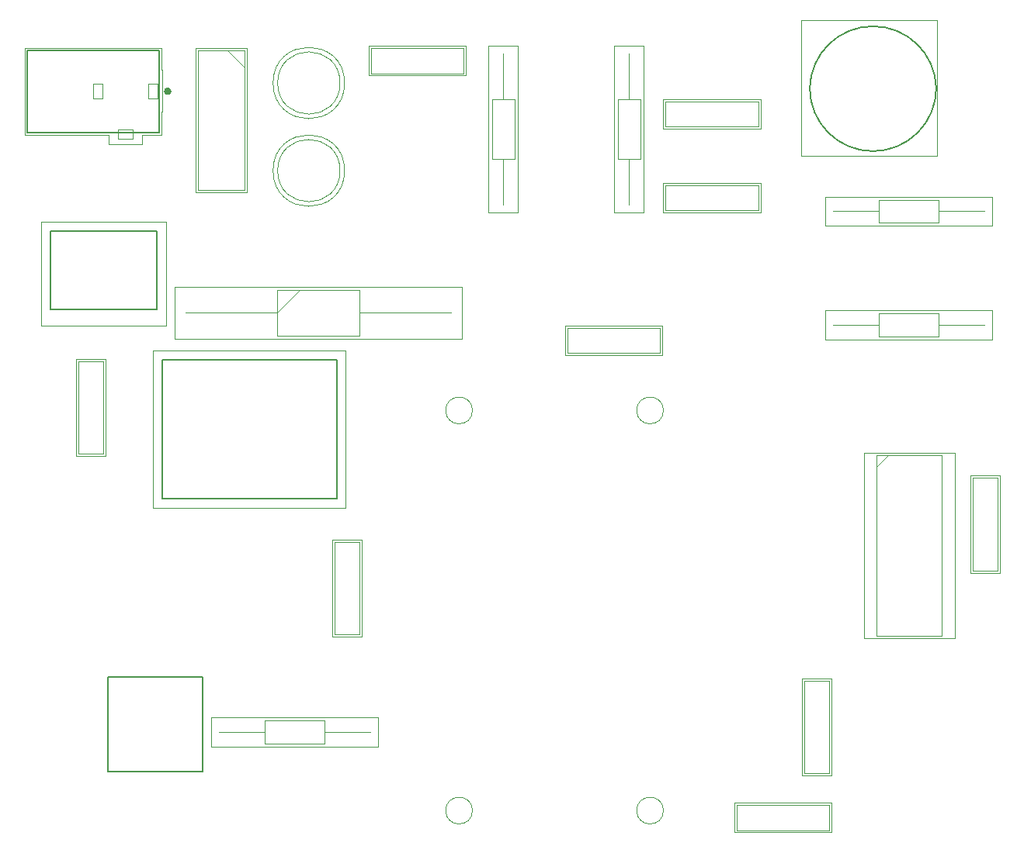
<source format=gko>
G04*
G04 #@! TF.GenerationSoftware,Altium Limited,Altium Designer,18.0.9 (584)*
G04*
G04 Layer_Color=16711935*
%FSLAX44Y44*%
%MOMM*%
G71*
G01*
G75*
%ADD10C,0.2000*%
%ADD11C,0.1000*%
%ADD12C,0.1270*%
%ADD13C,0.4000*%
%ADD16C,0.0001*%
%ADD17C,0.0500*%
%ADD69C,0.0508*%
D10*
X1112809Y1189800D02*
G03*
X1250709Y1189800I68950J0D01*
G01*
D02*
G03*
X1112809Y1189800I-68950J-1530D01*
G01*
X284970Y948345D02*
X400970D01*
Y1033345D01*
X284970D02*
X400970D01*
X284970Y948345D02*
Y1033345D01*
X347280Y546800D02*
X450280D01*
Y443800D02*
Y546800D01*
X347280Y443800D02*
X450280D01*
X347280D02*
Y546800D01*
X596730Y741430D02*
Y893430D01*
X406730D02*
X596730D01*
X406730Y741430D02*
Y893430D01*
Y741430D02*
X596730D01*
D11*
X600500Y1195260D02*
G03*
X600500Y1195260I-34000J0D01*
G01*
Y1099570D02*
G03*
X600500Y1099570I-34000J0D01*
G01*
X518730Y473910D02*
X583730D01*
X518730D02*
Y498910D01*
X583730D01*
Y473910D02*
Y498910D01*
Y486410D02*
X633730D01*
X468730D02*
X518730D01*
X315310Y891755D02*
X342710D01*
Y790655D02*
Y891755D01*
X315310Y790655D02*
X342710D01*
X315310D02*
Y891755D01*
X1106540Y542645D02*
X1133940D01*
Y441545D02*
Y542645D01*
X1106540Y441545D02*
X1133940D01*
X1106540D02*
Y542645D01*
X848215Y900700D02*
Y928100D01*
X949315D01*
Y900700D02*
Y928100D01*
X848215Y900700D02*
X949315D01*
X594630Y593340D02*
X622030D01*
X594630D02*
Y694440D01*
X622030D01*
Y593340D02*
Y694440D01*
X735160Y1205845D02*
Y1233245D01*
X634060Y1205845D02*
X735160D01*
X634060D02*
Y1233245D01*
X735160D01*
X1056724Y1147685D02*
Y1175085D01*
X955624Y1147685D02*
X1056724D01*
X955624D02*
Y1175085D01*
X1056724D01*
Y1056245D02*
Y1083645D01*
X955624Y1056245D02*
X1056724D01*
X955624D02*
Y1083645D01*
X1056724D01*
X1290164Y764090D02*
X1317564D01*
Y662990D02*
Y764090D01*
X1290164Y662990D02*
X1317564D01*
X1290164D02*
Y764090D01*
X1133940Y379490D02*
Y406890D01*
X1032840Y379490D02*
X1133940D01*
X1032840D02*
Y406890D01*
X1133940D01*
X1185714Y788665D02*
X1256814D01*
Y591765D02*
Y788665D01*
X1185714Y591765D02*
X1256814D01*
X1185714D02*
Y788665D01*
Y775965D02*
X1198414Y788665D01*
X477430Y1231180D02*
X496680Y1211930D01*
X445880Y1231180D02*
X496680D01*
X445880Y1078780D02*
Y1231180D01*
Y1078780D02*
X496680D01*
Y1231180D01*
X531880Y969450D02*
X621880D01*
Y919400D02*
Y969450D01*
X531880Y919400D02*
X621880D01*
X531880D02*
Y969450D01*
Y944430D02*
X556900Y969450D01*
X431880Y944430D02*
X531880D01*
X621880D02*
X721880D01*
X791090Y1112245D02*
Y1177245D01*
X766090Y1112245D02*
X791090D01*
X766090D02*
Y1177245D01*
X791090D01*
X778590D02*
Y1227245D01*
Y1062245D02*
Y1112245D01*
X903250D02*
Y1177245D01*
X928250D01*
Y1112245D02*
Y1177245D01*
X903250Y1112245D02*
X928250D01*
X915750Y1062245D02*
Y1112245D01*
Y1177245D02*
Y1227245D01*
X1188384Y943796D02*
X1253384D01*
Y918796D02*
Y943796D01*
X1188384Y918796D02*
X1253384D01*
X1188384D02*
Y943796D01*
X1138384Y931296D02*
X1188384D01*
X1253384D02*
X1303384D01*
X1188384Y1067689D02*
X1253384D01*
Y1042689D02*
Y1067689D01*
X1188384Y1042689D02*
X1253384D01*
X1188384D02*
Y1067689D01*
X1138384Y1055189D02*
X1188384D01*
X1253384D02*
X1303384D01*
X1103469Y1115850D02*
X1251369D01*
Y1263750D01*
X1103469D02*
X1251369D01*
X1103469Y1115850D02*
Y1263750D01*
X274970Y930345D02*
X410970D01*
Y1043345D01*
X274970D02*
X410970D01*
X274970Y930345D02*
Y1043345D01*
X606730Y731430D02*
Y903430D01*
X396730D02*
X606730D01*
X396730Y731430D02*
Y903430D01*
Y731430D02*
X606730D01*
D12*
X259550Y1141180D02*
Y1231180D01*
X403550Y1141180D02*
Y1231180D01*
X259550D02*
X403550D01*
X259550Y1141180D02*
X403550D01*
X259550D02*
Y1231180D01*
X403550Y1141180D02*
Y1231180D01*
X259550D02*
X403550D01*
X259550Y1141180D02*
X403550D01*
X259550D02*
Y1231180D01*
X403550D01*
X385050Y1141180D02*
X403550D01*
Y1201680D02*
Y1231180D01*
X259550Y1141180D02*
X349050D01*
X403550D02*
Y1171680D01*
D13*
X414550Y1186180D02*
G03*
X414550Y1186180I-2000J0D01*
G01*
D16*
X358550Y1144180D02*
X374550D01*
X358550Y1134180D02*
Y1144180D01*
Y1134180D02*
X374550D01*
Y1144180D01*
X331550Y1178180D02*
Y1194180D01*
Y1178180D02*
X341550D01*
Y1194180D01*
X331550D02*
X341550D01*
X391550Y1178180D02*
Y1194180D01*
Y1178180D02*
X401550D01*
Y1194180D01*
X391550D02*
X401550D01*
D17*
X605500Y1195260D02*
G03*
X605500Y1195260I-39000J0D01*
G01*
Y1099570D02*
G03*
X605500Y1099570I-39000J0D01*
G01*
X460230Y470410D02*
X642230D01*
X460230D02*
Y502410D01*
X642230D01*
Y470410D02*
Y502410D01*
X312810Y894255D02*
X345210D01*
Y788155D02*
Y894255D01*
X312810Y788155D02*
X345210D01*
X312810D02*
Y894255D01*
X1104040Y545145D02*
X1136440D01*
Y439045D02*
Y545145D01*
X1104040Y439045D02*
X1136440D01*
X1104040D02*
Y545145D01*
X845715Y898200D02*
Y930600D01*
X951815D01*
Y898200D02*
Y930600D01*
X845715Y898200D02*
X951815D01*
X592130Y590840D02*
X624530D01*
X592130D02*
Y696940D01*
X624530D01*
Y590840D02*
Y696940D01*
X737660Y1203345D02*
Y1235745D01*
X631560Y1203345D02*
X737660D01*
X631560D02*
Y1235745D01*
X737660D01*
X1059224Y1145185D02*
Y1177585D01*
X953124Y1145185D02*
X1059224D01*
X953124D02*
Y1177585D01*
X1059224D01*
Y1053745D02*
Y1086145D01*
X953124Y1053745D02*
X1059224D01*
X953124D02*
Y1086145D01*
X1059224D01*
X1287664Y766590D02*
X1320064D01*
Y660490D02*
Y766590D01*
X1287664Y660490D02*
X1320064D01*
X1287664D02*
Y766590D01*
X1136440Y376990D02*
Y409390D01*
X1030340Y376990D02*
X1136440D01*
X1030340D02*
Y409390D01*
X1136440D01*
X1171664Y791165D02*
X1270864D01*
Y589265D02*
Y791165D01*
X1171664Y589265D02*
X1270864D01*
X1171664D02*
Y791165D01*
X443380Y1233680D02*
X499180D01*
X443380Y1076280D02*
Y1233680D01*
Y1076280D02*
X499180D01*
Y1233680D01*
X420000Y972950D02*
X733750D01*
Y915900D02*
Y972950D01*
X420000Y915900D02*
X733750D01*
X420000D02*
Y972950D01*
X794590Y1053745D02*
Y1235745D01*
X762590Y1053745D02*
X794590D01*
X762590D02*
Y1235745D01*
X794590D01*
X899750Y1053745D02*
Y1235745D01*
X931750D01*
Y1053745D02*
Y1235745D01*
X899750Y1053745D02*
X931750D01*
X1129884Y947296D02*
X1311884D01*
Y915296D02*
Y947296D01*
X1129884Y915296D02*
X1311884D01*
X1129884D02*
Y947296D01*
Y1071189D02*
X1311884D01*
Y1039189D02*
Y1071189D01*
X1129884Y1039189D02*
X1311884D01*
X1129884D02*
Y1071189D01*
X406050Y1209680D02*
X407050D01*
Y1163680D02*
Y1209680D01*
X406050Y1163680D02*
X407050D01*
X406050Y1138680D02*
Y1163680D01*
Y1209680D02*
Y1233680D01*
X256550D02*
X406050D01*
X256550Y1138680D02*
Y1233680D01*
Y1138680D02*
X348050D01*
Y1128180D02*
Y1138680D01*
Y1128180D02*
X385050D01*
Y1138680D01*
X406050D01*
D69*
X953215Y400870D02*
G03*
X953215Y400870I-14605J0D01*
G01*
X744935D02*
G03*
X744935Y400870I-14605J0D01*
G01*
X953215Y837750D02*
G03*
X953215Y837750I-14605J0D01*
G01*
X744935D02*
G03*
X744935Y837750I-14605J0D01*
G01*
M02*

</source>
